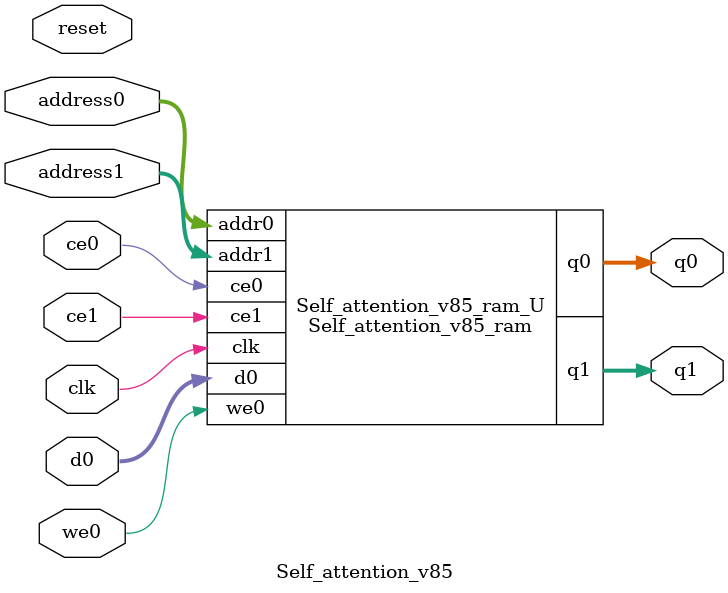
<source format=v>
`timescale 1 ns / 1 ps
module Self_attention_v85_ram (addr0, ce0, d0, we0, q0, addr1, ce1, q1,  clk);

parameter DWIDTH = 32;
parameter AWIDTH = 8;
parameter MEM_SIZE = 144;

input[AWIDTH-1:0] addr0;
input ce0;
input[DWIDTH-1:0] d0;
input we0;
output reg[DWIDTH-1:0] q0;
input[AWIDTH-1:0] addr1;
input ce1;
output reg[DWIDTH-1:0] q1;
input clk;

(* ram_style = "block" *)reg [DWIDTH-1:0] ram[0:MEM_SIZE-1];




always @(posedge clk)  
begin 
    if (ce0) begin
        if (we0) 
            ram[addr0] <= d0; 
        q0 <= ram[addr0];
    end
end


always @(posedge clk)  
begin 
    if (ce1) begin
        q1 <= ram[addr1];
    end
end


endmodule

`timescale 1 ns / 1 ps
module Self_attention_v85(
    reset,
    clk,
    address0,
    ce0,
    we0,
    d0,
    q0,
    address1,
    ce1,
    q1);

parameter DataWidth = 32'd32;
parameter AddressRange = 32'd144;
parameter AddressWidth = 32'd8;
input reset;
input clk;
input[AddressWidth - 1:0] address0;
input ce0;
input we0;
input[DataWidth - 1:0] d0;
output[DataWidth - 1:0] q0;
input[AddressWidth - 1:0] address1;
input ce1;
output[DataWidth - 1:0] q1;



Self_attention_v85_ram Self_attention_v85_ram_U(
    .clk( clk ),
    .addr0( address0 ),
    .ce0( ce0 ),
    .we0( we0 ),
    .d0( d0 ),
    .q0( q0 ),
    .addr1( address1 ),
    .ce1( ce1 ),
    .q1( q1 ));

endmodule


</source>
